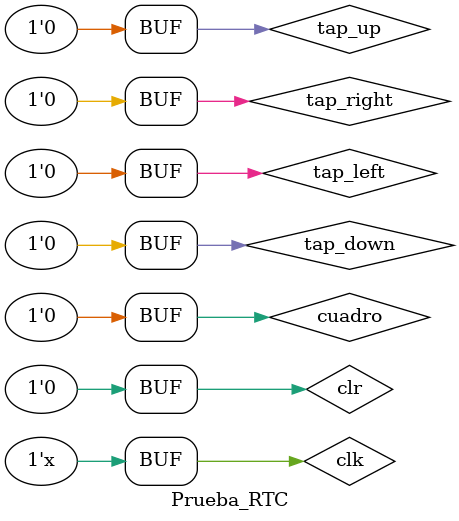
<source format=v>
`timescale 1ns / 1ps


module Prueba_RTC;

	// Inputs
	reg clk;
	reg clr;
	reg cuadro;
	reg tap_up;
	reg tap_down;
	reg tap_right;
	reg tap_left;

	// Outputs
	wire [2:0] red;
	wire [2:0] green;
	wire [1:0] blue;
	wire hsync;
	wire vsync;
	wire CS;
	wire WR;
	wire RD;
	wire AD;
	wire clk_out;

	// Bidirs
	wire [7:0] dato_rtc;

	// Instantiate the Unit Under Test (UUT)
	NERP_demo_top uut (
		.clk(clk), 
		.clr(clr), 
		.cuadro(cuadro), 
		.tap_up(tap_up), 
		.tap_down(tap_down), 
		.tap_right(tap_right), 
		.tap_left(tap_left), 
		.red(red), 
		.green(green), 
		.blue(blue), 
		.hsync(hsync), 
		.vsync(vsync), 
		.CS(CS), 
		.WR(WR), 
		.RD(RD), 
		.AD(AD), 
		.clk_out(clk_out), 
		.dato_rtc(dato_rtc)
	);

	initial begin
		// Initialize Inputs
		clk = 0;
		clr = 0;
		cuadro = 0;
		tap_up = 0;
		tap_down = 0;
		tap_right = 0;
		tap_left = 0;

		// Wait 100 ns for global reset to finish
		#100;
        
		// Add stimulus here
		
	end
	
		
	always begin
		#5 clk = ~clk;
	end
      
      
endmodule


</source>
